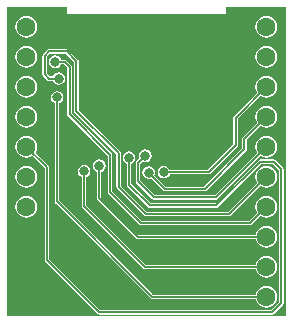
<source format=gbr>
%TF.GenerationSoftware,Altium Limited,Altium Designer,20.1.8 (145)*%
G04 Layer_Physical_Order=4*
G04 Layer_Color=16728128*
%FSLAX45Y45*%
%MOMM*%
%TF.SameCoordinates,58819124-5082-48BE-93C4-8F50621AB512*%
%TF.FilePolarity,Positive*%
%TF.FileFunction,Copper,L4,Bot,Signal*%
%TF.Part,Single*%
G01*
G75*
%TA.AperFunction,Conductor*%
%ADD15C,0.12700*%
%TA.AperFunction,ComponentPad*%
%ADD17C,1.60000*%
%TA.AperFunction,ViaPad*%
%ADD18C,0.80000*%
G36*
X11340604Y5423396D02*
X8979396D01*
Y8038604D01*
X9486254D01*
Y7996500D01*
X9490280Y7986780D01*
X9500000Y7982753D01*
X10820000D01*
X10829720Y7986780D01*
X10833746Y7996500D01*
Y8038604D01*
X11340604D01*
Y5423396D01*
D02*
G37*
%LPC*%
G36*
X11176000Y7967500D02*
X11151800Y7964314D01*
X11129250Y7954973D01*
X11109886Y7940114D01*
X11095027Y7920750D01*
X11085686Y7898200D01*
X11082500Y7874000D01*
X11085686Y7849800D01*
X11095027Y7827250D01*
X11109886Y7807886D01*
X11129250Y7793027D01*
X11151800Y7783686D01*
X11176000Y7780500D01*
X11200200Y7783686D01*
X11222750Y7793027D01*
X11242114Y7807886D01*
X11256973Y7827250D01*
X11266314Y7849800D01*
X11269500Y7874000D01*
X11266314Y7898200D01*
X11256973Y7920750D01*
X11242114Y7940114D01*
X11222750Y7954973D01*
X11200200Y7964314D01*
X11176000Y7967500D01*
D02*
G37*
G36*
X9144000D02*
X9119800Y7964314D01*
X9097250Y7954973D01*
X9077886Y7940114D01*
X9063027Y7920750D01*
X9053686Y7898200D01*
X9050500Y7874000D01*
X9053686Y7849800D01*
X9063027Y7827250D01*
X9077886Y7807886D01*
X9097250Y7793027D01*
X9119800Y7783686D01*
X9144000Y7780500D01*
X9168200Y7783686D01*
X9190750Y7793027D01*
X9210114Y7807886D01*
X9224973Y7827250D01*
X9234314Y7849800D01*
X9237500Y7874000D01*
X9234314Y7898200D01*
X9224973Y7920750D01*
X9210114Y7940114D01*
X9190750Y7954973D01*
X9168200Y7964314D01*
X9144000Y7967500D01*
D02*
G37*
G36*
X11176000Y7713500D02*
X11151800Y7710314D01*
X11129250Y7700973D01*
X11109886Y7686114D01*
X11095027Y7666750D01*
X11085686Y7644200D01*
X11082500Y7620000D01*
X11085686Y7595800D01*
X11095027Y7573250D01*
X11109886Y7553886D01*
X11129250Y7539027D01*
X11151800Y7529686D01*
X11176000Y7526500D01*
X11200200Y7529686D01*
X11222750Y7539027D01*
X11242114Y7553886D01*
X11256973Y7573250D01*
X11266314Y7595800D01*
X11269500Y7620000D01*
X11266314Y7644200D01*
X11256973Y7666750D01*
X11242114Y7686114D01*
X11222750Y7700973D01*
X11200200Y7710314D01*
X11176000Y7713500D01*
D02*
G37*
G36*
X9144000D02*
X9119800Y7710314D01*
X9097250Y7700973D01*
X9077886Y7686114D01*
X9063027Y7666750D01*
X9053686Y7644200D01*
X9050500Y7620000D01*
X9053686Y7595800D01*
X9063027Y7573250D01*
X9077886Y7553886D01*
X9097250Y7539027D01*
X9119800Y7529686D01*
X9144000Y7526500D01*
X9168200Y7529686D01*
X9190750Y7539027D01*
X9210114Y7553886D01*
X9224973Y7573250D01*
X9234314Y7595800D01*
X9237500Y7620000D01*
X9234314Y7644200D01*
X9224973Y7666750D01*
X9210114Y7686114D01*
X9190750Y7700973D01*
X9168200Y7710314D01*
X9144000Y7713500D01*
D02*
G37*
G36*
X11176000Y7459500D02*
X11151800Y7456314D01*
X11129250Y7446973D01*
X11109886Y7432114D01*
X11095027Y7412750D01*
X11085686Y7390200D01*
X11082500Y7366000D01*
X11085686Y7341800D01*
X11095027Y7319250D01*
X11097960Y7315428D01*
X10900748Y7118217D01*
X10896538Y7111916D01*
X10895059Y7104483D01*
Y6877785D01*
X10680463Y6663188D01*
X10358046D01*
X10357820Y6664328D01*
X10346172Y6681760D01*
X10328740Y6693407D01*
X10308178Y6697498D01*
X10287615Y6693407D01*
X10270183Y6681760D01*
X10258535Y6664328D01*
X10254445Y6643765D01*
X10258535Y6623203D01*
X10270183Y6605771D01*
X10287615Y6594123D01*
X10308178Y6590033D01*
X10328740Y6594123D01*
X10346172Y6605771D01*
X10357820Y6623203D01*
X10358046Y6624342D01*
X10688508D01*
X10695941Y6625821D01*
X10702242Y6630031D01*
X10928217Y6856006D01*
X10932427Y6862307D01*
X10933906Y6869740D01*
Y7096437D01*
X11125428Y7287960D01*
X11129250Y7285027D01*
X11151800Y7275686D01*
X11176000Y7272500D01*
X11200200Y7275686D01*
X11222750Y7285027D01*
X11242114Y7299886D01*
X11256973Y7319250D01*
X11266314Y7341800D01*
X11269500Y7366000D01*
X11266314Y7390200D01*
X11256973Y7412750D01*
X11242114Y7432114D01*
X11222750Y7446973D01*
X11200200Y7456314D01*
X11176000Y7459500D01*
D02*
G37*
G36*
X9144000D02*
X9119800Y7456314D01*
X9097250Y7446973D01*
X9077886Y7432114D01*
X9063027Y7412750D01*
X9053686Y7390200D01*
X9050500Y7366000D01*
X9053686Y7341800D01*
X9063027Y7319250D01*
X9077886Y7299886D01*
X9097250Y7285027D01*
X9119800Y7275686D01*
X9144000Y7272500D01*
X9168200Y7275686D01*
X9190750Y7285027D01*
X9210114Y7299886D01*
X9224973Y7319250D01*
X9234314Y7341800D01*
X9237500Y7366000D01*
X9234314Y7390200D01*
X9224973Y7412750D01*
X9210114Y7432114D01*
X9190750Y7446973D01*
X9168200Y7456314D01*
X9144000Y7459500D01*
D02*
G37*
G36*
Y7205500D02*
X9119800Y7202314D01*
X9097250Y7192973D01*
X9077886Y7178114D01*
X9063027Y7158750D01*
X9053686Y7136200D01*
X9050500Y7112000D01*
X9053686Y7087801D01*
X9063027Y7065251D01*
X9077886Y7045886D01*
X9097250Y7031027D01*
X9119800Y7021686D01*
X9144000Y7018501D01*
X9168200Y7021686D01*
X9190750Y7031027D01*
X9210114Y7045886D01*
X9224973Y7065251D01*
X9234314Y7087801D01*
X9237500Y7112000D01*
X9234314Y7136200D01*
X9224973Y7158750D01*
X9210114Y7178114D01*
X9190750Y7192973D01*
X9168200Y7202314D01*
X9144000Y7205500D01*
D02*
G37*
G36*
X11176000Y7205500D02*
X11151800Y7202314D01*
X11129250Y7192973D01*
X11109886Y7178114D01*
X11095027Y7158750D01*
X11085686Y7136200D01*
X11082500Y7112000D01*
X11085686Y7087800D01*
X11095027Y7065250D01*
X11097960Y7061428D01*
X10976457Y6939925D01*
X10972246Y6933624D01*
X10970768Y6926191D01*
Y6844206D01*
X10647712Y6521150D01*
X10325706D01*
X10227993Y6618863D01*
X10228638Y6619829D01*
X10232729Y6640391D01*
X10228638Y6660954D01*
X10216991Y6678386D01*
X10199559Y6690033D01*
X10178996Y6694124D01*
X10158434Y6690033D01*
X10141002Y6678386D01*
X10129354Y6660954D01*
X10125264Y6640391D01*
X10129354Y6619829D01*
X10141002Y6602396D01*
X10158434Y6590749D01*
X10178996Y6586659D01*
X10199559Y6590749D01*
X10200524Y6591394D01*
X10303926Y6487993D01*
X10310227Y6483782D01*
X10317660Y6482304D01*
X10655758D01*
X10663191Y6483782D01*
X10669492Y6487993D01*
X11003925Y6822426D01*
X11008135Y6828727D01*
X11009614Y6836160D01*
Y6918145D01*
X11125428Y7033960D01*
X11129250Y7031027D01*
X11151800Y7021686D01*
X11176000Y7018500D01*
X11200200Y7021686D01*
X11222750Y7031027D01*
X11242114Y7045886D01*
X11256973Y7065250D01*
X11266314Y7087800D01*
X11269500Y7112000D01*
X11266314Y7136200D01*
X11256973Y7158750D01*
X11242114Y7178114D01*
X11222750Y7192973D01*
X11200200Y7202314D01*
X11176000Y7205500D01*
D02*
G37*
G36*
Y6951500D02*
X11151800Y6948314D01*
X11129250Y6938973D01*
X11109886Y6924114D01*
X11095027Y6904750D01*
X11085686Y6882200D01*
X11082500Y6858000D01*
X11085686Y6833800D01*
X11095027Y6811250D01*
X11097960Y6807428D01*
X10740585Y6450053D01*
X10231933D01*
X10106506Y6575481D01*
Y6712035D01*
X10128268Y6733797D01*
X10129148Y6733208D01*
X10149711Y6729118D01*
X10170274Y6733208D01*
X10187706Y6744856D01*
X10199353Y6762288D01*
X10203443Y6782851D01*
X10199353Y6803413D01*
X10187706Y6820845D01*
X10170274Y6832493D01*
X10149711Y6836583D01*
X10129148Y6832493D01*
X10111716Y6820845D01*
X10100069Y6803413D01*
X10095979Y6782851D01*
X10100069Y6762288D01*
X10100771Y6761237D01*
X10073348Y6733814D01*
X10069138Y6727513D01*
X10067660Y6720080D01*
Y6567435D01*
X10069138Y6560002D01*
X10073348Y6553701D01*
X10210154Y6416896D01*
X10216455Y6412686D01*
X10223888Y6411207D01*
X10223889Y6411207D01*
X10748630D01*
X10756063Y6412686D01*
X10762365Y6416896D01*
X11125428Y6779960D01*
X11129250Y6777027D01*
X11151800Y6767686D01*
X11176000Y6764500D01*
X11200200Y6767686D01*
X11222750Y6777027D01*
X11242114Y6791886D01*
X11256973Y6811250D01*
X11266314Y6833800D01*
X11269500Y6858000D01*
X11266314Y6882200D01*
X11256973Y6904750D01*
X11242114Y6924114D01*
X11222750Y6938973D01*
X11200200Y6948314D01*
X11176000Y6951500D01*
D02*
G37*
G36*
X9484301Y7686745D02*
X9335391D01*
X9327957Y7685266D01*
X9321656Y7681056D01*
X9285318Y7644718D01*
X9281108Y7638417D01*
X9279630Y7630984D01*
Y7471254D01*
X9281108Y7463821D01*
X9285318Y7457520D01*
X9320072Y7422766D01*
X9320073Y7422766D01*
X9326374Y7418555D01*
X9333807Y7417077D01*
X9333808Y7417077D01*
X9367831D01*
X9368058Y7415937D01*
X9379705Y7398505D01*
X9397137Y7386858D01*
X9417700Y7382768D01*
X9438263Y7386858D01*
X9455695Y7398505D01*
X9467342Y7415937D01*
X9471432Y7436500D01*
X9467342Y7457063D01*
X9455695Y7474495D01*
X9438263Y7486142D01*
X9417700Y7490232D01*
X9397137Y7486142D01*
X9379705Y7474495D01*
X9368058Y7457063D01*
X9367831Y7455923D01*
X9341852D01*
X9318476Y7479299D01*
Y7622939D01*
X9343436Y7647899D01*
X9476256D01*
X9548565Y7575590D01*
Y7161322D01*
X9550043Y7153889D01*
X9554254Y7147588D01*
X9905359Y6796483D01*
Y6521384D01*
X9906837Y6513951D01*
X9911047Y6507650D01*
X10143994Y6274703D01*
X10150296Y6270492D01*
X10157729Y6269014D01*
X10860437D01*
X10867870Y6270492D01*
X10874171Y6274703D01*
X11125428Y6525960D01*
X11129250Y6523027D01*
X11151800Y6513686D01*
X11176000Y6510500D01*
X11200200Y6513686D01*
X11222750Y6523027D01*
X11242114Y6537886D01*
X11256973Y6557250D01*
X11266314Y6579800D01*
X11269500Y6604000D01*
X11266314Y6628200D01*
X11256973Y6650750D01*
X11242114Y6670114D01*
X11222750Y6684973D01*
X11200200Y6694314D01*
X11176000Y6697500D01*
X11151800Y6694314D01*
X11129250Y6684973D01*
X11109886Y6670114D01*
X11095027Y6650750D01*
X11085686Y6628200D01*
X11082500Y6604000D01*
X11085686Y6579800D01*
X11095027Y6557250D01*
X11097960Y6553428D01*
X10852392Y6307860D01*
X10165774D01*
X9944205Y6529429D01*
Y6804527D01*
X9944205Y6804528D01*
X9942726Y6811961D01*
X9938516Y6818262D01*
X9587411Y7169367D01*
Y7583635D01*
X9585933Y7591068D01*
X9581722Y7597369D01*
X9498036Y7681056D01*
X9491734Y7685266D01*
X9484301Y7686745D01*
D02*
G37*
G36*
X9144000Y6697500D02*
X9119800Y6694314D01*
X9097250Y6684973D01*
X9077886Y6670114D01*
X9063027Y6650750D01*
X9053686Y6628200D01*
X9050500Y6604000D01*
X9053686Y6579800D01*
X9063027Y6557250D01*
X9077886Y6537886D01*
X9097250Y6523027D01*
X9119800Y6513686D01*
X9144000Y6510500D01*
X9168200Y6513686D01*
X9190750Y6523027D01*
X9210114Y6537886D01*
X9224973Y6557250D01*
X9234314Y6579800D01*
X9237500Y6604000D01*
X9234314Y6628200D01*
X9224973Y6650750D01*
X9210114Y6670114D01*
X9190750Y6684973D01*
X9168200Y6694314D01*
X9144000Y6697500D01*
D02*
G37*
G36*
X9388048Y7631448D02*
X9367486Y7627358D01*
X9350054Y7615710D01*
X9338406Y7598278D01*
X9334316Y7577716D01*
X9338406Y7557153D01*
X9350054Y7539721D01*
X9367486Y7528073D01*
X9388048Y7523983D01*
X9408611Y7528073D01*
X9426043Y7539721D01*
X9437691Y7557153D01*
X9437917Y7558292D01*
X9460601D01*
X9490209Y7528684D01*
Y7135712D01*
X9491687Y7128279D01*
X9495898Y7121978D01*
X9833434Y6784442D01*
Y6474814D01*
X9834913Y6467381D01*
X9839123Y6461080D01*
X10099550Y6200652D01*
X10105852Y6196442D01*
X10113285Y6194963D01*
X11040386D01*
X11047819Y6196442D01*
X11054121Y6200652D01*
X11125428Y6271960D01*
X11129250Y6269027D01*
X11151800Y6259686D01*
X11176000Y6256500D01*
X11200200Y6259686D01*
X11222750Y6269027D01*
X11242114Y6283886D01*
X11256973Y6303250D01*
X11266314Y6325800D01*
X11269500Y6350000D01*
X11266314Y6374200D01*
X11256973Y6396750D01*
X11242114Y6416114D01*
X11222750Y6430973D01*
X11200200Y6440314D01*
X11176000Y6443500D01*
X11151800Y6440314D01*
X11129250Y6430973D01*
X11109886Y6416114D01*
X11095027Y6396750D01*
X11085686Y6374200D01*
X11082500Y6350000D01*
X11085686Y6325800D01*
X11095027Y6303250D01*
X11097960Y6299428D01*
X11032341Y6233809D01*
X10121330D01*
X9872280Y6482859D01*
Y6792486D01*
X9872280Y6792487D01*
X9870802Y6799920D01*
X9866591Y6806221D01*
X9866591Y6806222D01*
X9529055Y7143758D01*
Y7536730D01*
X9527577Y7544163D01*
X9523366Y7550464D01*
X9482380Y7591450D01*
X9476079Y7595660D01*
X9468646Y7597139D01*
X9437917D01*
X9437691Y7598278D01*
X9426043Y7615710D01*
X9408611Y7627358D01*
X9388048Y7631448D01*
D02*
G37*
G36*
X9144000Y6443500D02*
X9119800Y6440314D01*
X9097250Y6430973D01*
X9077886Y6416114D01*
X9063027Y6396750D01*
X9053686Y6374200D01*
X9050500Y6350000D01*
X9053686Y6325800D01*
X9063027Y6303250D01*
X9077886Y6283886D01*
X9097250Y6269027D01*
X9119800Y6259686D01*
X9144000Y6256500D01*
X9168200Y6259686D01*
X9190750Y6269027D01*
X9210114Y6283886D01*
X9224973Y6303250D01*
X9234314Y6325800D01*
X9237500Y6350000D01*
X9234314Y6374200D01*
X9224973Y6396750D01*
X9210114Y6416114D01*
X9190750Y6430973D01*
X9168200Y6440314D01*
X9144000Y6443500D01*
D02*
G37*
G36*
X9760000Y6751552D02*
X9739437Y6747462D01*
X9722005Y6735814D01*
X9710358Y6718382D01*
X9706268Y6697819D01*
X9710358Y6677257D01*
X9722005Y6659825D01*
X9739437Y6648177D01*
X9740577Y6647951D01*
Y6420541D01*
X9742055Y6413108D01*
X9746266Y6406807D01*
X10070806Y6082266D01*
X10070807Y6082266D01*
X10077108Y6078055D01*
X10084541Y6076577D01*
X11085057D01*
X11085686Y6071800D01*
X11095027Y6049250D01*
X11109886Y6029886D01*
X11129250Y6015027D01*
X11151800Y6005686D01*
X11176000Y6002500D01*
X11200200Y6005686D01*
X11222750Y6015027D01*
X11242114Y6029886D01*
X11256973Y6049250D01*
X11266314Y6071800D01*
X11269500Y6096000D01*
X11266314Y6120200D01*
X11256973Y6142750D01*
X11242114Y6162114D01*
X11222750Y6176973D01*
X11200200Y6186314D01*
X11176000Y6189500D01*
X11151800Y6186314D01*
X11129250Y6176973D01*
X11109886Y6162114D01*
X11095027Y6142750D01*
X11085686Y6120200D01*
X11085057Y6115423D01*
X10092586D01*
X9779423Y6428587D01*
Y6647951D01*
X9780563Y6648177D01*
X9797995Y6659825D01*
X9809642Y6677257D01*
X9813732Y6697819D01*
X9809642Y6718382D01*
X9797995Y6735814D01*
X9780563Y6747462D01*
X9760000Y6751552D01*
D02*
G37*
G36*
X9632366Y6704359D02*
X9611803Y6700269D01*
X9594371Y6688621D01*
X9582724Y6671189D01*
X9578633Y6650626D01*
X9582724Y6630064D01*
X9594371Y6612632D01*
X9611803Y6600984D01*
X9612943Y6600757D01*
Y6357180D01*
X9614421Y6349747D01*
X9618632Y6343446D01*
X10133812Y5828266D01*
X10140113Y5824055D01*
X10147546Y5822577D01*
X11085057D01*
X11085686Y5817800D01*
X11095027Y5795250D01*
X11109886Y5775886D01*
X11129250Y5761027D01*
X11151800Y5751686D01*
X11176000Y5748500D01*
X11200200Y5751686D01*
X11222750Y5761027D01*
X11242114Y5775886D01*
X11256973Y5795250D01*
X11266314Y5817800D01*
X11269500Y5842000D01*
X11266314Y5866200D01*
X11256973Y5888750D01*
X11242114Y5908114D01*
X11222750Y5922973D01*
X11200200Y5932314D01*
X11176000Y5935500D01*
X11151800Y5932314D01*
X11129250Y5922973D01*
X11109886Y5908114D01*
X11095027Y5888750D01*
X11085686Y5866200D01*
X11085057Y5861423D01*
X10155591D01*
X9651789Y6365226D01*
Y6600757D01*
X9652928Y6600984D01*
X9670360Y6612632D01*
X9682008Y6630064D01*
X9686098Y6650626D01*
X9682008Y6671189D01*
X9670360Y6688621D01*
X9652928Y6700269D01*
X9632366Y6704359D01*
D02*
G37*
G36*
X9403680Y7330232D02*
X9383117Y7326142D01*
X9365685Y7314495D01*
X9354038Y7297063D01*
X9349948Y7276500D01*
X9354038Y7255937D01*
X9365685Y7238505D01*
X9383117Y7226858D01*
X9384257Y7226631D01*
Y6395728D01*
X9385735Y6388295D01*
X9389946Y6381993D01*
X10197673Y5574266D01*
X10197673Y5574266D01*
X10203975Y5570055D01*
X10211408Y5568577D01*
X10211409Y5568577D01*
X11085057D01*
X11085686Y5563800D01*
X11095027Y5541250D01*
X11109886Y5521886D01*
X11129250Y5507027D01*
X11151800Y5497686D01*
X11176000Y5494500D01*
X11200200Y5497686D01*
X11222750Y5507027D01*
X11242114Y5521886D01*
X11256973Y5541250D01*
X11266314Y5563800D01*
X11269500Y5588000D01*
X11266314Y5612200D01*
X11256973Y5634750D01*
X11242114Y5654114D01*
X11222750Y5668973D01*
X11200200Y5678314D01*
X11176000Y5681500D01*
X11151800Y5678314D01*
X11129250Y5668973D01*
X11109886Y5654114D01*
X11095027Y5634750D01*
X11085686Y5612200D01*
X11085057Y5607423D01*
X10219453D01*
X9423103Y6403773D01*
Y7226631D01*
X9424243Y7226858D01*
X9441675Y7238505D01*
X9453322Y7255937D01*
X9457412Y7276500D01*
X9453322Y7297063D01*
X9441675Y7314495D01*
X9424243Y7326142D01*
X9403680Y7330232D01*
D02*
G37*
G36*
X9144000Y6951500D02*
X9119800Y6948314D01*
X9097250Y6938973D01*
X9077886Y6924114D01*
X9063027Y6904750D01*
X9053686Y6882200D01*
X9050500Y6858000D01*
X9053686Y6833800D01*
X9063027Y6811250D01*
X9077886Y6791886D01*
X9097250Y6777027D01*
X9119800Y6767686D01*
X9144000Y6764500D01*
X9168200Y6767686D01*
X9190750Y6777027D01*
X9194572Y6779960D01*
X9297297Y6677235D01*
Y5902960D01*
X9298775Y5895527D01*
X9302986Y5889226D01*
X9748826Y5443385D01*
X9755128Y5439175D01*
X9762561Y5437696D01*
X11222919D01*
X11230352Y5439175D01*
X11236654Y5443385D01*
X11315931Y5522662D01*
X11320141Y5528963D01*
X11321619Y5536396D01*
Y6670844D01*
X11320141Y6678277D01*
X11315931Y6684578D01*
X11254334Y6746175D01*
X11248032Y6750385D01*
X11240599Y6751864D01*
X11124040D01*
X11124039Y6751864D01*
X11116606Y6750385D01*
X11110305Y6746175D01*
X10745062Y6380932D01*
X10196383D01*
X10031833Y6545483D01*
Y6715428D01*
X10032972Y6715654D01*
X10050404Y6727302D01*
X10062052Y6744734D01*
X10066142Y6765297D01*
X10062052Y6785859D01*
X10050404Y6803291D01*
X10032972Y6814939D01*
X10012410Y6819029D01*
X9991847Y6814939D01*
X9974415Y6803291D01*
X9962767Y6785859D01*
X9958677Y6765297D01*
X9962767Y6744734D01*
X9974415Y6727302D01*
X9991847Y6715654D01*
X9992987Y6715428D01*
Y6537437D01*
X9994465Y6530004D01*
X9998675Y6523703D01*
X10174603Y6347775D01*
X10174604Y6347774D01*
X10180905Y6343564D01*
X10188338Y6342085D01*
X10188340Y6342086D01*
X10753107D01*
X10760540Y6343564D01*
X10766842Y6347774D01*
X11132085Y6713018D01*
X11232554D01*
X11282773Y6662798D01*
Y5544442D01*
X11214874Y5476543D01*
X9770606D01*
X9336143Y5911005D01*
Y6685280D01*
X9334665Y6692713D01*
X9330454Y6699014D01*
X9222040Y6807428D01*
X9224973Y6811250D01*
X9234314Y6833800D01*
X9237500Y6858000D01*
X9234314Y6882200D01*
X9224973Y6904750D01*
X9210114Y6924114D01*
X9190750Y6938973D01*
X9168200Y6948314D01*
X9144000Y6951500D01*
D02*
G37*
%LPD*%
D15*
X10914483Y7104483D02*
X11176000Y7366000D01*
X10688508Y6643765D02*
X10914483Y6869740D01*
Y7104483D01*
X9509632Y7135712D02*
X9852857Y6792487D01*
X9509632Y7135712D02*
Y7536730D01*
X9852857Y6474814D02*
Y6792487D01*
X9567988Y7161322D02*
Y7583635D01*
X9924782Y6521384D02*
Y6804528D01*
X9567988Y7161322D02*
X9924782Y6804528D01*
X9632366Y6357180D02*
Y6650626D01*
Y6357180D02*
X10147546Y5842000D01*
X9760000Y6420541D02*
X10084541Y6096000D01*
X9760000Y6420541D02*
Y6697819D01*
X10308178Y6643765D02*
X10688508D01*
X10223888Y6430630D02*
X10748630D01*
X10087083Y6567435D02*
X10223888Y6430630D01*
X10087083Y6567435D02*
Y6720080D01*
X10188338Y6361509D02*
X10753107D01*
X10012410Y6537437D02*
Y6765297D01*
Y6537437D02*
X10188338Y6361509D01*
X10157729Y6288437D02*
X10860437D01*
X9924782Y6521384D02*
X10157729Y6288437D01*
X10113285Y6214386D02*
X11040386D01*
X9852857Y6474814D02*
X10113285Y6214386D01*
X10084541Y6096000D02*
X11176000D01*
X10178996Y6640391D02*
X10317660Y6501727D01*
X10655758D02*
X10990191Y6836160D01*
X10317660Y6501727D02*
X10655758D01*
X10748630Y6430630D02*
X11176000Y6858000D01*
X10753107Y6361509D02*
X11124039Y6732441D01*
X10860437Y6288437D02*
X11176000Y6604000D01*
X11124039Y6732441D02*
X11240599D01*
X11302196Y6670844D01*
X9316720Y5902960D02*
X9762561Y5457119D01*
X11222919D02*
X11302196Y5536396D01*
X9762561Y5457119D02*
X11222919D01*
X11302196Y5536396D02*
Y6670844D01*
X9316720Y5902960D02*
Y6685280D01*
X9144000Y6858000D02*
X9316720Y6685280D01*
X11040386Y6214386D02*
X11176000Y6350000D01*
X10990191Y6836160D02*
Y6926191D01*
X11176000Y7112000D01*
X9333807Y7436500D02*
X9417700D01*
X9299053Y7471254D02*
Y7630984D01*
Y7471254D02*
X9333807Y7436500D01*
X9484301Y7667322D02*
X9567988Y7583635D01*
X10087083Y6720080D02*
X10149711Y6782708D01*
Y6782851D01*
X9388048Y7577716D02*
X9468646D01*
X9509632Y7536730D01*
X9335391Y7667322D02*
X9484301D01*
X9299053Y7630984D02*
X9335391Y7667322D01*
X10147546Y5842000D02*
X11176000D01*
X9403680Y6395728D02*
Y7276500D01*
Y6395728D02*
X10211408Y5588000D01*
X11176000D01*
X9403080Y7277100D02*
X9403680Y7276500D01*
D17*
X11176000Y7874000D02*
D03*
Y7620000D02*
D03*
Y7366000D02*
D03*
Y7112000D02*
D03*
Y6858000D02*
D03*
Y6604000D02*
D03*
Y6350000D02*
D03*
Y6096000D02*
D03*
Y5842000D02*
D03*
Y5588000D02*
D03*
X9144000Y7874000D02*
D03*
Y7620000D02*
D03*
Y7366000D02*
D03*
Y7112000D02*
D03*
Y6858000D02*
D03*
Y6604000D02*
D03*
Y6350000D02*
D03*
Y6096000D02*
D03*
Y5842000D02*
D03*
Y5588000D02*
D03*
D18*
X10617200Y7772400D02*
D03*
X9702800Y7772398D02*
D03*
X10851200Y6941500D02*
D03*
X9476740D02*
D03*
Y7036500D02*
D03*
X9632366Y6650626D02*
D03*
X9565000Y6845300D02*
D03*
X10755000D02*
D03*
X9817100Y7099300D02*
D03*
X10502900D02*
D03*
Y7772399D02*
D03*
X9817100D02*
D03*
Y7660216D02*
D03*
X9931400Y7099300D02*
D03*
X10045700D02*
D03*
X10160000D02*
D03*
X10274300Y7772400D02*
D03*
X10160000D02*
D03*
X10045700D02*
D03*
X9931400D02*
D03*
X10388600D02*
D03*
X10502900Y7660216D02*
D03*
Y7548033D02*
D03*
Y7435849D02*
D03*
Y7323666D02*
D03*
Y7211483D02*
D03*
X10388600Y7099300D02*
D03*
X10274300D02*
D03*
X9817100Y7211483D02*
D03*
Y7323666D02*
D03*
Y7435849D02*
D03*
Y7548033D02*
D03*
X9760000Y6697819D02*
D03*
X10012410Y6765297D02*
D03*
X10149711Y6782851D02*
D03*
X10178996Y6640391D02*
D03*
X10308178Y6643765D02*
D03*
X9403680Y7276500D02*
D03*
X9417700Y7436500D02*
D03*
X9388048Y7577716D02*
D03*
%TF.MD5,815f2798b5a4424dbcaf128ac81b310e*%
M02*

</source>
